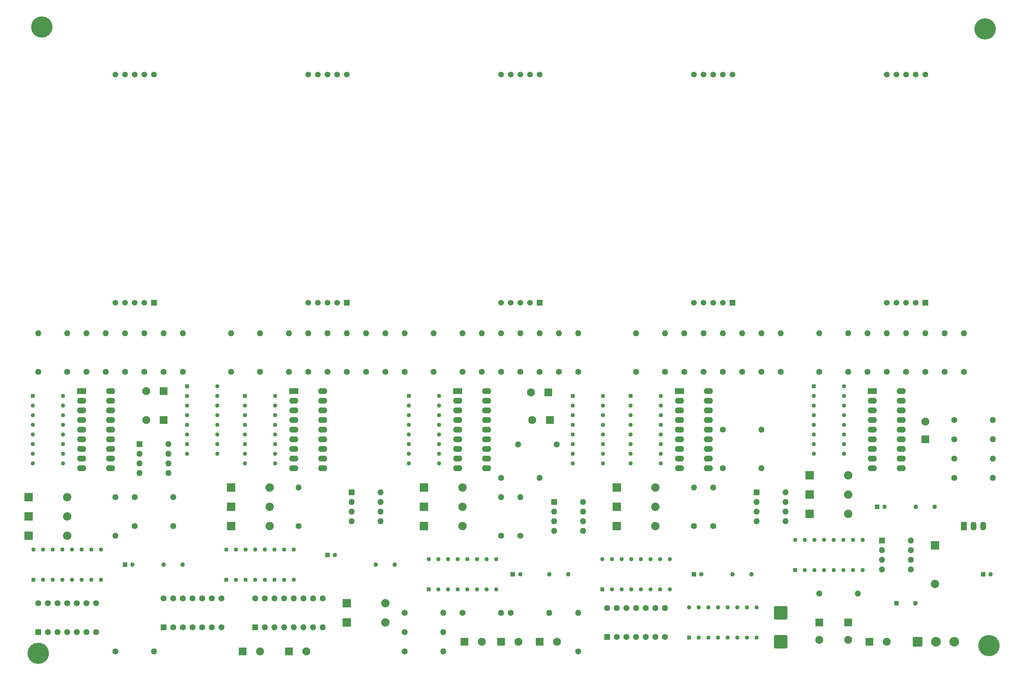
<source format=gbr>
%TF.GenerationSoftware,KiCad,Pcbnew,(6.0.2)*%
%TF.CreationDate,2022-04-29T17:00:25+02:00*%
%TF.ProjectId,Kniffel_V1,4b6e6966-6665-46c5-9f56-312e6b696361,rev?*%
%TF.SameCoordinates,Original*%
%TF.FileFunction,Soldermask,Bot*%
%TF.FilePolarity,Negative*%
%FSLAX46Y46*%
G04 Gerber Fmt 4.6, Leading zero omitted, Abs format (unit mm)*
G04 Created by KiCad (PCBNEW (6.0.2)) date 2022-04-29 17:00:25*
%MOMM*%
%LPD*%
G01*
G04 APERTURE LIST*
G04 Aperture macros list*
%AMRoundRect*
0 Rectangle with rounded corners*
0 $1 Rounding radius*
0 $2 $3 $4 $5 $6 $7 $8 $9 X,Y pos of 4 corners*
0 Add a 4 corners polygon primitive as box body*
4,1,4,$2,$3,$4,$5,$6,$7,$8,$9,$2,$3,0*
0 Add four circle primitives for the rounded corners*
1,1,$1+$1,$2,$3*
1,1,$1+$1,$4,$5*
1,1,$1+$1,$6,$7*
1,1,$1+$1,$8,$9*
0 Add four rect primitives between the rounded corners*
20,1,$1+$1,$2,$3,$4,$5,0*
20,1,$1+$1,$4,$5,$6,$7,0*
20,1,$1+$1,$6,$7,$8,$9,0*
20,1,$1+$1,$8,$9,$2,$3,0*%
G04 Aperture macros list end*
%ADD10C,5.600000*%
%ADD11C,1.600000*%
%ADD12O,1.600000X1.600000*%
%ADD13RoundRect,0.250002X-1.499998X-1.499998X1.499998X-1.499998X1.499998X1.499998X-1.499998X1.499998X0*%
%ADD14R,1.130000X1.130000*%
%ADD15C,1.130000*%
%ADD16RoundRect,0.250001X-0.799999X0.799999X-0.799999X-0.799999X0.799999X-0.799999X0.799999X0.799999X0*%
%ADD17C,2.100000*%
%ADD18R,2.400000X1.600000*%
%ADD19O,2.400000X1.600000*%
%ADD20R,2.200000X2.200000*%
%ADD21O,2.200000X2.200000*%
%ADD22R,1.600000X1.600000*%
%ADD23C,1.200000*%
%ADD24RoundRect,0.249999X-1.025001X-1.025001X1.025001X-1.025001X1.025001X1.025001X-1.025001X1.025001X0*%
%ADD25C,2.550000*%
%ADD26RoundRect,0.250001X-0.799999X-0.799999X0.799999X-0.799999X0.799999X0.799999X-0.799999X0.799999X0*%
%ADD27RoundRect,0.250001X0.799999X0.799999X-0.799999X0.799999X-0.799999X-0.799999X0.799999X-0.799999X0*%
%ADD28R,1.150000X1.150000*%
%ADD29C,1.150000*%
%ADD30R,1.500000X2.300000*%
%ADD31O,1.500000X2.300000*%
%ADD32RoundRect,0.250001X0.799999X-0.799999X0.799999X0.799999X-0.799999X0.799999X-0.799999X-0.799999X0*%
%ADD33R,1.275000X1.275000*%
%ADD34C,1.275000*%
%ADD35R,1.500000X1.500000*%
%ADD36C,1.500000*%
G04 APERTURE END LIST*
D10*
%TO.C,REF2*%
X282500000Y-26500000D03*
%TD*%
%TO.C,REF1*%
X34000000Y-26000000D03*
%TD*%
%TO.C,REF4*%
X33000000Y-191000000D03*
%TD*%
%TO.C,REF3*%
X283500000Y-189000000D03*
%TD*%
D11*
%TO.C,R50*%
X198120000Y-116840000D03*
D12*
X198120000Y-106680000D03*
%TD*%
D11*
%TO.C,R47*%
X165100000Y-116840000D03*
D12*
X165100000Y-106680000D03*
%TD*%
D11*
%TO.C,R37*%
X91440000Y-116840000D03*
D12*
X91440000Y-106680000D03*
%TD*%
D13*
%TO.C,J1*%
X228600000Y-180340000D03*
%TD*%
D11*
%TO.C,R18*%
X205740000Y-157480000D03*
D12*
X205740000Y-147320000D03*
%TD*%
D11*
%TO.C,R35*%
X104140000Y-116840000D03*
D12*
X104140000Y-106680000D03*
%TD*%
D14*
%TO.C,IC3*%
X87470000Y-123190000D03*
D15*
X87470000Y-125730000D03*
X87470000Y-128270000D03*
X87470000Y-130810000D03*
X87470000Y-133350000D03*
X87470000Y-135890000D03*
X87470000Y-138430000D03*
X87470000Y-140970000D03*
X95410000Y-140970000D03*
X95410000Y-138430000D03*
X95410000Y-135890000D03*
X95410000Y-133350000D03*
X95410000Y-130810000D03*
X95410000Y-128270000D03*
X95410000Y-125730000D03*
X95410000Y-123190000D03*
%TD*%
D16*
%TO.C,J6*%
X246380000Y-182880000D03*
D17*
X246380000Y-187480000D03*
%TD*%
D11*
%TO.C,R10*%
X101600000Y-157480000D03*
D12*
X101600000Y-147320000D03*
%TD*%
D18*
%TO.C,U17*%
X100315000Y-121930000D03*
D19*
X100315000Y-124470000D03*
X100315000Y-127010000D03*
X100315000Y-129550000D03*
X100315000Y-132090000D03*
X100315000Y-134630000D03*
X100315000Y-137170000D03*
X100315000Y-139710000D03*
X100315000Y-142250000D03*
X107935000Y-142250000D03*
X107935000Y-139710000D03*
X107935000Y-137170000D03*
X107935000Y-134630000D03*
X107935000Y-132090000D03*
X107935000Y-129550000D03*
X107935000Y-127010000D03*
X107935000Y-124470000D03*
X107935000Y-121930000D03*
%TD*%
D16*
%TO.C,J5*%
X238760000Y-182880000D03*
D17*
X238760000Y-187480000D03*
%TD*%
D11*
%TO.C,R25*%
X274320000Y-144780000D03*
D12*
X284480000Y-144780000D03*
%TD*%
D11*
%TO.C,R4*%
X58420000Y-157480000D03*
D12*
X68580000Y-157480000D03*
%TD*%
D11*
%TO.C,R28*%
X144780000Y-180340000D03*
D12*
X154940000Y-180340000D03*
%TD*%
D11*
%TO.C,R42*%
X144780000Y-116840000D03*
D12*
X144780000Y-106680000D03*
%TD*%
D11*
%TO.C,R60*%
X238760000Y-116840000D03*
D12*
X238760000Y-106680000D03*
%TD*%
D11*
%TO.C,R15*%
X154940000Y-144780000D03*
D12*
X165100000Y-144780000D03*
%TD*%
D11*
%TO.C,R11*%
X66040000Y-116840000D03*
D12*
X66040000Y-106680000D03*
%TD*%
D11*
%TO.C,R20*%
X213360000Y-132080000D03*
D12*
X223520000Y-132080000D03*
%TD*%
D11*
%TO.C,R3*%
X58420000Y-149860000D03*
D12*
X68580000Y-149860000D03*
%TD*%
D20*
%TO.C,D18*%
X114300000Y-182880000D03*
D21*
X124460000Y-182880000D03*
%TD*%
D14*
%TO.C,IC5*%
X130650000Y-123190000D03*
D15*
X130650000Y-125730000D03*
X130650000Y-128270000D03*
X130650000Y-130810000D03*
X130650000Y-133350000D03*
X130650000Y-135890000D03*
X130650000Y-138430000D03*
X130650000Y-140970000D03*
X138590000Y-140970000D03*
X138590000Y-138430000D03*
X138590000Y-135890000D03*
X138590000Y-133350000D03*
X138590000Y-130810000D03*
X138590000Y-128270000D03*
X138590000Y-125730000D03*
X138590000Y-123190000D03*
%TD*%
D22*
%TO.C,U6*%
X115580000Y-148600000D03*
D12*
X115580000Y-151140000D03*
X115580000Y-153680000D03*
X115580000Y-156220000D03*
X123200000Y-156220000D03*
X123200000Y-153680000D03*
X123200000Y-151140000D03*
X123200000Y-148600000D03*
%TD*%
D23*
%TO.C,C3*%
X66040000Y-167640000D03*
X71040000Y-167640000D03*
%TD*%
D11*
%TO.C,R2*%
X53340000Y-190500000D03*
D12*
X63500000Y-190500000D03*
%TD*%
D20*
%TO.C,D11*%
X185420000Y-147320000D03*
D21*
X195580000Y-147320000D03*
%TD*%
D14*
%TO.C,IC8*%
X237330000Y-120650000D03*
D15*
X237330000Y-123190000D03*
X237330000Y-125730000D03*
X237330000Y-128270000D03*
X237330000Y-130810000D03*
X237330000Y-133350000D03*
X237330000Y-135890000D03*
X237330000Y-138430000D03*
X245270000Y-138430000D03*
X245270000Y-135890000D03*
X245270000Y-133350000D03*
X245270000Y-130810000D03*
X245270000Y-128270000D03*
X245270000Y-125730000D03*
X245270000Y-123190000D03*
X245270000Y-120650000D03*
%TD*%
D11*
%TO.C,R54*%
X213360000Y-116840000D03*
D12*
X213360000Y-106680000D03*
%TD*%
D20*
%TO.C,D1*%
X269240000Y-162560000D03*
D21*
X269240000Y-172720000D03*
%TD*%
D14*
%TO.C,IC2*%
X31590000Y-123190000D03*
D15*
X31590000Y-125730000D03*
X31590000Y-128270000D03*
X31590000Y-130810000D03*
X31590000Y-133350000D03*
X31590000Y-135890000D03*
X31590000Y-138430000D03*
X31590000Y-140970000D03*
X39530000Y-140970000D03*
X39530000Y-138430000D03*
X39530000Y-135890000D03*
X39530000Y-133350000D03*
X39530000Y-130810000D03*
X39530000Y-128270000D03*
X39530000Y-125730000D03*
X39530000Y-123190000D03*
%TD*%
D20*
%TO.C,D3*%
X30480000Y-160020000D03*
D21*
X40640000Y-160020000D03*
%TD*%
D22*
%TO.C,U10*%
X222260000Y-148600000D03*
D12*
X222260000Y-151140000D03*
X222260000Y-153680000D03*
X222260000Y-156220000D03*
X229880000Y-156220000D03*
X229880000Y-153680000D03*
X229880000Y-151140000D03*
X229880000Y-148600000D03*
%TD*%
D24*
%TO.C,J4*%
X264720000Y-187960000D03*
D25*
X269520000Y-187960000D03*
X274320000Y-187960000D03*
%TD*%
D23*
%TO.C,C11*%
X264160000Y-152400000D03*
X269160000Y-152400000D03*
%TD*%
D26*
%TO.C,J7*%
X145260000Y-187960000D03*
D17*
X149860000Y-187960000D03*
%TD*%
D11*
%TO.C,R26*%
X50800000Y-116840000D03*
D12*
X50800000Y-106680000D03*
%TD*%
D27*
%TO.C,J11*%
X66040000Y-121920000D03*
D17*
X61440000Y-121920000D03*
%TD*%
D20*
%TO.C,D10*%
X134620000Y-157480000D03*
D21*
X144780000Y-157480000D03*
%TD*%
D14*
%TO.C,U7*%
X82550000Y-171610000D03*
D15*
X85090000Y-171610000D03*
X87630000Y-171610000D03*
X90170000Y-171610000D03*
X92710000Y-171610000D03*
X95250000Y-171610000D03*
X97790000Y-171610000D03*
X100330000Y-171610000D03*
X100330000Y-163670000D03*
X97790000Y-163670000D03*
X95250000Y-163670000D03*
X92710000Y-163670000D03*
X90170000Y-163670000D03*
X87630000Y-163670000D03*
X85090000Y-163670000D03*
X82550000Y-163670000D03*
%TD*%
D20*
%TO.C,D7*%
X83820000Y-157480000D03*
D21*
X93980000Y-157480000D03*
%TD*%
D11*
%TO.C,R34*%
X99060000Y-116840000D03*
D12*
X99060000Y-106680000D03*
%TD*%
D26*
%TO.C,J10*%
X86840000Y-190500000D03*
D17*
X91440000Y-190500000D03*
%TD*%
D18*
%TO.C,U19*%
X201915000Y-121930000D03*
D19*
X201915000Y-124470000D03*
X201915000Y-127010000D03*
X201915000Y-129550000D03*
X201915000Y-132090000D03*
X201915000Y-134630000D03*
X201915000Y-137170000D03*
X201915000Y-139710000D03*
X201915000Y-142250000D03*
X209535000Y-142250000D03*
X209535000Y-139710000D03*
X209535000Y-137170000D03*
X209535000Y-134630000D03*
X209535000Y-132090000D03*
X209535000Y-129550000D03*
X209535000Y-127010000D03*
X209535000Y-124470000D03*
X209535000Y-121930000D03*
%TD*%
D11*
%TO.C,R41*%
X129540000Y-116840000D03*
D12*
X129540000Y-106680000D03*
%TD*%
D11*
%TO.C,R38*%
X114300000Y-116840000D03*
D12*
X114300000Y-106680000D03*
%TD*%
D14*
%TO.C,IC4*%
X173830000Y-123190000D03*
D15*
X173830000Y-125730000D03*
X173830000Y-128270000D03*
X173830000Y-130810000D03*
X173830000Y-133350000D03*
X173830000Y-135890000D03*
X173830000Y-138430000D03*
X173830000Y-140970000D03*
X181770000Y-140970000D03*
X181770000Y-138430000D03*
X181770000Y-135890000D03*
X181770000Y-133350000D03*
X181770000Y-130810000D03*
X181770000Y-128270000D03*
X181770000Y-125730000D03*
X181770000Y-123190000D03*
%TD*%
D11*
%TO.C,R45*%
X137160000Y-116840000D03*
D12*
X137160000Y-106680000D03*
%TD*%
D11*
%TO.C,R40*%
X124460000Y-116840000D03*
D12*
X124460000Y-106680000D03*
%TD*%
D11*
%TO.C,R63*%
X266700000Y-116840000D03*
D12*
X266700000Y-106680000D03*
%TD*%
D11*
%TO.C,R51*%
X203200000Y-116840000D03*
D12*
X203200000Y-106680000D03*
%TD*%
D11*
%TO.C,R62*%
X261620000Y-116840000D03*
D12*
X261620000Y-106680000D03*
%TD*%
D11*
%TO.C,R58*%
X246380000Y-116840000D03*
D12*
X246380000Y-106680000D03*
%TD*%
D20*
%TO.C,D16*%
X236220000Y-154270000D03*
D21*
X246380000Y-154270000D03*
%TD*%
D18*
%TO.C,U20*%
X252715000Y-121930000D03*
D19*
X252715000Y-124470000D03*
X252715000Y-127010000D03*
X252715000Y-129550000D03*
X252715000Y-132090000D03*
X252715000Y-134630000D03*
X252715000Y-137170000D03*
X252715000Y-139710000D03*
X252715000Y-142250000D03*
X260335000Y-142250000D03*
X260335000Y-139710000D03*
X260335000Y-137170000D03*
X260335000Y-134630000D03*
X260335000Y-132090000D03*
X260335000Y-129550000D03*
X260335000Y-127010000D03*
X260335000Y-124470000D03*
X260335000Y-121930000D03*
%TD*%
D13*
%TO.C,J2*%
X228600000Y-187960000D03*
%TD*%
D11*
%TO.C,R16*%
X33020000Y-116840000D03*
D12*
X33020000Y-106680000D03*
%TD*%
D28*
%TO.C,C2*%
X281940000Y-170180000D03*
D29*
X283940000Y-170180000D03*
%TD*%
D11*
%TO.C,R65*%
X276860000Y-116840000D03*
D12*
X276860000Y-106680000D03*
%TD*%
D11*
%TO.C,R56*%
X223520000Y-116840000D03*
D12*
X223520000Y-106680000D03*
%TD*%
D28*
%TO.C,C4*%
X55880000Y-167640000D03*
D29*
X57880000Y-167640000D03*
%TD*%
D11*
%TO.C,R55*%
X218440000Y-116840000D03*
D12*
X218440000Y-106680000D03*
%TD*%
D11*
%TO.C,R30*%
X157480000Y-180340000D03*
D12*
X167640000Y-180340000D03*
%TD*%
D22*
%TO.C,U4*%
X33020000Y-185420000D03*
D11*
X35560000Y-185420000D03*
X38100000Y-185420000D03*
X40640000Y-185420000D03*
X43180000Y-185420000D03*
X45720000Y-185420000D03*
X48260000Y-185420000D03*
X48260000Y-177800000D03*
X45720000Y-177800000D03*
X43180000Y-177800000D03*
X40640000Y-177800000D03*
X38100000Y-177800000D03*
X35560000Y-177800000D03*
X33020000Y-177800000D03*
%TD*%
%TO.C,R59*%
X251460000Y-116840000D03*
D12*
X251460000Y-106680000D03*
%TD*%
D20*
%TO.C,D8*%
X134620000Y-147320000D03*
D21*
X144780000Y-147320000D03*
%TD*%
D22*
%TO.C,U15*%
X90185000Y-184140000D03*
D12*
X92725000Y-184140000D03*
X95265000Y-184140000D03*
X97805000Y-184140000D03*
X100345000Y-184140000D03*
X102885000Y-184140000D03*
X105425000Y-184140000D03*
X107965000Y-184140000D03*
X107965000Y-176520000D03*
X105425000Y-176520000D03*
X102885000Y-176520000D03*
X100345000Y-176520000D03*
X97805000Y-176520000D03*
X95265000Y-176520000D03*
X92725000Y-176520000D03*
X90185000Y-176520000D03*
%TD*%
D11*
%TO.C,R9*%
X129540000Y-185420000D03*
D12*
X139700000Y-185420000D03*
%TD*%
D20*
%TO.C,D6*%
X83820000Y-152400000D03*
D21*
X93980000Y-152400000D03*
%TD*%
D11*
%TO.C,R22*%
X274320000Y-129540000D03*
D12*
X284480000Y-129540000D03*
%TD*%
D20*
%TO.C,D13*%
X185420000Y-157480000D03*
D21*
X195580000Y-157480000D03*
%TD*%
D11*
%TO.C,R27*%
X238760000Y-175260000D03*
D12*
X248920000Y-175260000D03*
%TD*%
D22*
%TO.C,U2*%
X59700000Y-135900000D03*
D12*
X59700000Y-138440000D03*
X59700000Y-140980000D03*
X59700000Y-143520000D03*
X67320000Y-143520000D03*
X67320000Y-140980000D03*
X67320000Y-138440000D03*
X67320000Y-135900000D03*
%TD*%
D20*
%TO.C,D4*%
X30480000Y-154940000D03*
D21*
X40640000Y-154940000D03*
%TD*%
D14*
%TO.C,U3*%
X31750000Y-171610000D03*
D15*
X34290000Y-171610000D03*
X36830000Y-171610000D03*
X39370000Y-171610000D03*
X41910000Y-171610000D03*
X44450000Y-171610000D03*
X46990000Y-171610000D03*
X49530000Y-171610000D03*
X49530000Y-163670000D03*
X46990000Y-163670000D03*
X44450000Y-163670000D03*
X41910000Y-163670000D03*
X39370000Y-163670000D03*
X36830000Y-163670000D03*
X34290000Y-163670000D03*
X31750000Y-163670000D03*
%TD*%
D11*
%TO.C,R21*%
X60960000Y-116840000D03*
D12*
X60960000Y-106680000D03*
%TD*%
D11*
%TO.C,R8*%
X129540000Y-180340000D03*
D12*
X139700000Y-180340000D03*
%TD*%
D28*
%TO.C,C10*%
X205740000Y-170180000D03*
D29*
X207740000Y-170180000D03*
%TD*%
D28*
%TO.C,C12*%
X254000000Y-152400000D03*
D29*
X256000000Y-152400000D03*
%TD*%
D11*
%TO.C,R46*%
X160020000Y-116840000D03*
D12*
X160020000Y-106680000D03*
%TD*%
D11*
%TO.C,R31*%
X71120000Y-116840000D03*
D12*
X71120000Y-106680000D03*
%TD*%
D11*
%TO.C,R49*%
X175260000Y-116840000D03*
D12*
X175260000Y-106680000D03*
%TD*%
D11*
%TO.C,R12*%
X169580000Y-136000000D03*
D12*
X159420000Y-136000000D03*
%TD*%
D27*
%TO.C,J14*%
X167800000Y-129540000D03*
D17*
X163200000Y-129540000D03*
%TD*%
D18*
%TO.C,U18*%
X143495000Y-121930000D03*
D19*
X143495000Y-124470000D03*
X143495000Y-127010000D03*
X143495000Y-129550000D03*
X143495000Y-132090000D03*
X143495000Y-134630000D03*
X143495000Y-137170000D03*
X143495000Y-139710000D03*
X143495000Y-142250000D03*
X151115000Y-142250000D03*
X151115000Y-139710000D03*
X151115000Y-137170000D03*
X151115000Y-134630000D03*
X151115000Y-132090000D03*
X151115000Y-129550000D03*
X151115000Y-127010000D03*
X151115000Y-124470000D03*
X151115000Y-121930000D03*
%TD*%
D11*
%TO.C,R7*%
X83820000Y-116840000D03*
D12*
X83820000Y-106680000D03*
%TD*%
D11*
%TO.C,R33*%
X40640000Y-116840000D03*
D12*
X40640000Y-106680000D03*
%TD*%
D11*
%TO.C,R1*%
X175260000Y-190500000D03*
D12*
X175260000Y-180340000D03*
%TD*%
D11*
%TO.C,R36*%
X109220000Y-116840000D03*
D12*
X109220000Y-106680000D03*
%TD*%
D14*
%TO.C,U11*%
X181610000Y-174150000D03*
D15*
X184150000Y-174150000D03*
X186690000Y-174150000D03*
X189230000Y-174150000D03*
X191770000Y-174150000D03*
X194310000Y-174150000D03*
X196850000Y-174150000D03*
X199390000Y-174150000D03*
X199390000Y-166210000D03*
X196850000Y-166210000D03*
X194310000Y-166210000D03*
X191770000Y-166210000D03*
X189230000Y-166210000D03*
X186690000Y-166210000D03*
X184150000Y-166210000D03*
X181610000Y-166210000D03*
%TD*%
D14*
%TO.C,IC7*%
X204470000Y-186850000D03*
D15*
X207010000Y-186850000D03*
X209550000Y-186850000D03*
X212090000Y-186850000D03*
X214630000Y-186850000D03*
X217170000Y-186850000D03*
X219710000Y-186850000D03*
X222250000Y-186850000D03*
X222250000Y-178910000D03*
X219710000Y-178910000D03*
X217170000Y-178910000D03*
X214630000Y-178910000D03*
X212090000Y-178910000D03*
X209550000Y-178910000D03*
X207010000Y-178910000D03*
X204470000Y-178910000D03*
%TD*%
D27*
%TO.C,J12*%
X66040000Y-129540000D03*
D17*
X61440000Y-129540000D03*
%TD*%
D30*
%TO.C,U1*%
X276860000Y-157480000D03*
D31*
X279400000Y-157480000D03*
X281940000Y-157480000D03*
%TD*%
D20*
%TO.C,D15*%
X236220000Y-149190000D03*
D21*
X246380000Y-149190000D03*
%TD*%
D26*
%TO.C,J3*%
X251940000Y-187960000D03*
D17*
X256540000Y-187960000D03*
%TD*%
D14*
%TO.C,IC6*%
X189070000Y-123190000D03*
D15*
X189070000Y-125730000D03*
X189070000Y-128270000D03*
X189070000Y-130810000D03*
X189070000Y-133350000D03*
X189070000Y-135890000D03*
X189070000Y-138430000D03*
X189070000Y-140970000D03*
X197010000Y-140970000D03*
X197010000Y-138430000D03*
X197010000Y-135890000D03*
X197010000Y-133350000D03*
X197010000Y-130810000D03*
X197010000Y-128270000D03*
X197010000Y-125730000D03*
X197010000Y-123190000D03*
%TD*%
D22*
%TO.C,U12*%
X255280000Y-161300000D03*
D12*
X255280000Y-163840000D03*
X255280000Y-166380000D03*
X255280000Y-168920000D03*
X262900000Y-168920000D03*
X262900000Y-166380000D03*
X262900000Y-163840000D03*
X262900000Y-161300000D03*
%TD*%
D22*
%TO.C,U5*%
X66010000Y-184150000D03*
D11*
X68550000Y-184150000D03*
X71090000Y-184150000D03*
X73630000Y-184150000D03*
X76170000Y-184150000D03*
X78710000Y-184150000D03*
X81250000Y-184150000D03*
X81250000Y-176530000D03*
X78710000Y-176530000D03*
X76170000Y-176530000D03*
X73630000Y-176530000D03*
X71090000Y-176530000D03*
X68550000Y-176530000D03*
X66010000Y-176530000D03*
%TD*%
D23*
%TO.C,C5*%
X121920000Y-167640000D03*
X126920000Y-167640000D03*
%TD*%
D20*
%TO.C,D2*%
X30480000Y-149860000D03*
D21*
X40640000Y-149860000D03*
%TD*%
D32*
%TO.C,J15*%
X266700000Y-134620000D03*
D17*
X266700000Y-130020000D03*
%TD*%
D11*
%TO.C,R5*%
X53340000Y-149860000D03*
D12*
X53340000Y-160020000D03*
%TD*%
D23*
%TO.C,C7*%
X167640000Y-170180000D03*
X172640000Y-170180000D03*
%TD*%
D11*
%TO.C,R32*%
X45720000Y-116840000D03*
D12*
X45720000Y-106680000D03*
%TD*%
D11*
%TO.C,R24*%
X274320000Y-139700000D03*
D12*
X284480000Y-139700000D03*
%TD*%
D28*
%TO.C,C8*%
X158020000Y-170180000D03*
D29*
X160020000Y-170180000D03*
%TD*%
D20*
%TO.C,D14*%
X236220000Y-144110000D03*
D21*
X246380000Y-144110000D03*
%TD*%
D26*
%TO.C,J9*%
X165100000Y-187960000D03*
D17*
X169700000Y-187960000D03*
%TD*%
D11*
%TO.C,R29*%
X129540000Y-190500000D03*
D12*
X139700000Y-190500000D03*
%TD*%
D22*
%TO.C,U14*%
X182850000Y-186690000D03*
D11*
X185390000Y-186690000D03*
X187930000Y-186690000D03*
X190470000Y-186690000D03*
X193010000Y-186690000D03*
X195550000Y-186690000D03*
X198090000Y-186690000D03*
X198090000Y-179070000D03*
X195550000Y-179070000D03*
X193010000Y-179070000D03*
X190470000Y-179070000D03*
X187930000Y-179070000D03*
X185390000Y-179070000D03*
X182850000Y-179070000D03*
%TD*%
%TO.C,R43*%
X149860000Y-116840000D03*
D12*
X149860000Y-106680000D03*
%TD*%
D14*
%TO.C,IC1*%
X72230000Y-120650000D03*
D15*
X72230000Y-123190000D03*
X72230000Y-125730000D03*
X72230000Y-128270000D03*
X72230000Y-130810000D03*
X72230000Y-133350000D03*
X72230000Y-135890000D03*
X72230000Y-138430000D03*
X80170000Y-138430000D03*
X80170000Y-135890000D03*
X80170000Y-133350000D03*
X80170000Y-130810000D03*
X80170000Y-128270000D03*
X80170000Y-125730000D03*
X80170000Y-123190000D03*
X80170000Y-120650000D03*
%TD*%
D11*
%TO.C,R23*%
X274320000Y-134620000D03*
D12*
X284480000Y-134620000D03*
%TD*%
D28*
%TO.C,C6*%
X109220000Y-165100000D03*
D29*
X111220000Y-165100000D03*
%TD*%
D11*
%TO.C,R48*%
X170180000Y-116840000D03*
D12*
X170180000Y-106680000D03*
%TD*%
D20*
%TO.C,D5*%
X83820000Y-147320000D03*
D21*
X93980000Y-147320000D03*
%TD*%
D11*
%TO.C,R17*%
X213360000Y-142240000D03*
D12*
X223520000Y-142240000D03*
%TD*%
D20*
%TO.C,D12*%
X185420000Y-152400000D03*
D21*
X195580000Y-152400000D03*
%TD*%
D11*
%TO.C,R64*%
X271780000Y-116840000D03*
D12*
X271780000Y-106680000D03*
%TD*%
D33*
%TO.C,C1*%
X259080000Y-177800000D03*
D34*
X264080000Y-177800000D03*
%TD*%
D11*
%TO.C,R57*%
X228600000Y-116840000D03*
D12*
X228600000Y-106680000D03*
%TD*%
D11*
%TO.C,R6*%
X55880000Y-116840000D03*
D12*
X55880000Y-106680000D03*
%TD*%
D23*
%TO.C,C9*%
X215900000Y-170180000D03*
X220900000Y-170180000D03*
%TD*%
D11*
%TO.C,R44*%
X154940000Y-116840000D03*
D12*
X154940000Y-106680000D03*
%TD*%
D11*
%TO.C,R13*%
X154940000Y-160020000D03*
D12*
X154940000Y-149860000D03*
%TD*%
D11*
%TO.C,R19*%
X210820000Y-157480000D03*
D12*
X210820000Y-147320000D03*
%TD*%
D26*
%TO.C,J8*%
X154940000Y-187960000D03*
D17*
X159540000Y-187960000D03*
%TD*%
D26*
%TO.C,J16*%
X99060000Y-190500000D03*
D17*
X103660000Y-190500000D03*
%TD*%
D11*
%TO.C,R14*%
X160020000Y-160020000D03*
D12*
X160020000Y-149860000D03*
%TD*%
D20*
%TO.C,D9*%
X134620000Y-152400000D03*
D21*
X144780000Y-152400000D03*
%TD*%
D14*
%TO.C,U13*%
X232410000Y-169070000D03*
D15*
X234950000Y-169070000D03*
X237490000Y-169070000D03*
X240030000Y-169070000D03*
X242570000Y-169070000D03*
X245110000Y-169070000D03*
X247650000Y-169070000D03*
X250190000Y-169070000D03*
X250190000Y-161130000D03*
X247650000Y-161130000D03*
X245110000Y-161130000D03*
X242570000Y-161130000D03*
X240030000Y-161130000D03*
X237490000Y-161130000D03*
X234950000Y-161130000D03*
X232410000Y-161130000D03*
%TD*%
D18*
%TO.C,U16*%
X44435000Y-121930000D03*
D19*
X44435000Y-124470000D03*
X44435000Y-127010000D03*
X44435000Y-129550000D03*
X44435000Y-132090000D03*
X44435000Y-134630000D03*
X44435000Y-137170000D03*
X44435000Y-139710000D03*
X44435000Y-142250000D03*
X52055000Y-142250000D03*
X52055000Y-139710000D03*
X52055000Y-137170000D03*
X52055000Y-134630000D03*
X52055000Y-132090000D03*
X52055000Y-129550000D03*
X52055000Y-127010000D03*
X52055000Y-124470000D03*
X52055000Y-121930000D03*
%TD*%
D11*
%TO.C,R53*%
X190500000Y-116840000D03*
D12*
X190500000Y-106680000D03*
%TD*%
D11*
%TO.C,R61*%
X256540000Y-116840000D03*
D12*
X256540000Y-106680000D03*
%TD*%
D14*
%TO.C,U9*%
X135890000Y-174150000D03*
D15*
X138430000Y-174150000D03*
X140970000Y-174150000D03*
X143510000Y-174150000D03*
X146050000Y-174150000D03*
X148590000Y-174150000D03*
X151130000Y-174150000D03*
X153670000Y-174150000D03*
X153670000Y-166210000D03*
X151130000Y-166210000D03*
X148590000Y-166210000D03*
X146050000Y-166210000D03*
X143510000Y-166210000D03*
X140970000Y-166210000D03*
X138430000Y-166210000D03*
X135890000Y-166210000D03*
%TD*%
D27*
%TO.C,J13*%
X167386000Y-122301000D03*
D17*
X162786000Y-122301000D03*
%TD*%
D20*
%TO.C,D17*%
X114300000Y-177800000D03*
D21*
X124460000Y-177800000D03*
%TD*%
D22*
%TO.C,U8*%
X168920000Y-151140000D03*
D12*
X168920000Y-153680000D03*
X168920000Y-156220000D03*
X168920000Y-158760000D03*
X176540000Y-158760000D03*
X176540000Y-156220000D03*
X176540000Y-153680000D03*
X176540000Y-151140000D03*
%TD*%
D11*
%TO.C,R52*%
X208280000Y-116840000D03*
D12*
X208280000Y-106680000D03*
%TD*%
D11*
%TO.C,R39*%
X119380000Y-116840000D03*
D12*
X119380000Y-106680000D03*
%TD*%
D35*
%TO.C,DS1*%
X63500000Y-98630000D03*
D36*
X60960000Y-98630000D03*
X58420000Y-98630000D03*
X55880000Y-98630000D03*
X53340000Y-98630000D03*
X53340000Y-38530000D03*
X55880000Y-38530000D03*
X58420000Y-38530000D03*
X60960000Y-38530000D03*
X63500000Y-38530000D03*
%TD*%
D35*
%TO.C,DS2*%
X114300000Y-98630000D03*
D36*
X111760000Y-98630000D03*
X109220000Y-98630000D03*
X106680000Y-98630000D03*
X104140000Y-98630000D03*
X104140000Y-38530000D03*
X106680000Y-38530000D03*
X109220000Y-38530000D03*
X111760000Y-38530000D03*
X114300000Y-38530000D03*
%TD*%
D35*
%TO.C,DS4*%
X215900000Y-98630000D03*
D36*
X213360000Y-98630000D03*
X210820000Y-98630000D03*
X208280000Y-98630000D03*
X205740000Y-98630000D03*
X205740000Y-38530000D03*
X208280000Y-38530000D03*
X210820000Y-38530000D03*
X213360000Y-38530000D03*
X215900000Y-38530000D03*
%TD*%
D35*
%TO.C,DS5*%
X266700000Y-98630000D03*
D36*
X264160000Y-98630000D03*
X261620000Y-98630000D03*
X259080000Y-98630000D03*
X256540000Y-98630000D03*
X256540000Y-38530000D03*
X259080000Y-38530000D03*
X261620000Y-38530000D03*
X264160000Y-38530000D03*
X266700000Y-38530000D03*
%TD*%
D35*
%TO.C,DS3*%
X165100000Y-98630000D03*
D36*
X162560000Y-98630000D03*
X160020000Y-98630000D03*
X157480000Y-98630000D03*
X154940000Y-98630000D03*
X154940000Y-38530000D03*
X157480000Y-38530000D03*
X160020000Y-38530000D03*
X162560000Y-38530000D03*
X165100000Y-38530000D03*
%TD*%
M02*

</source>
